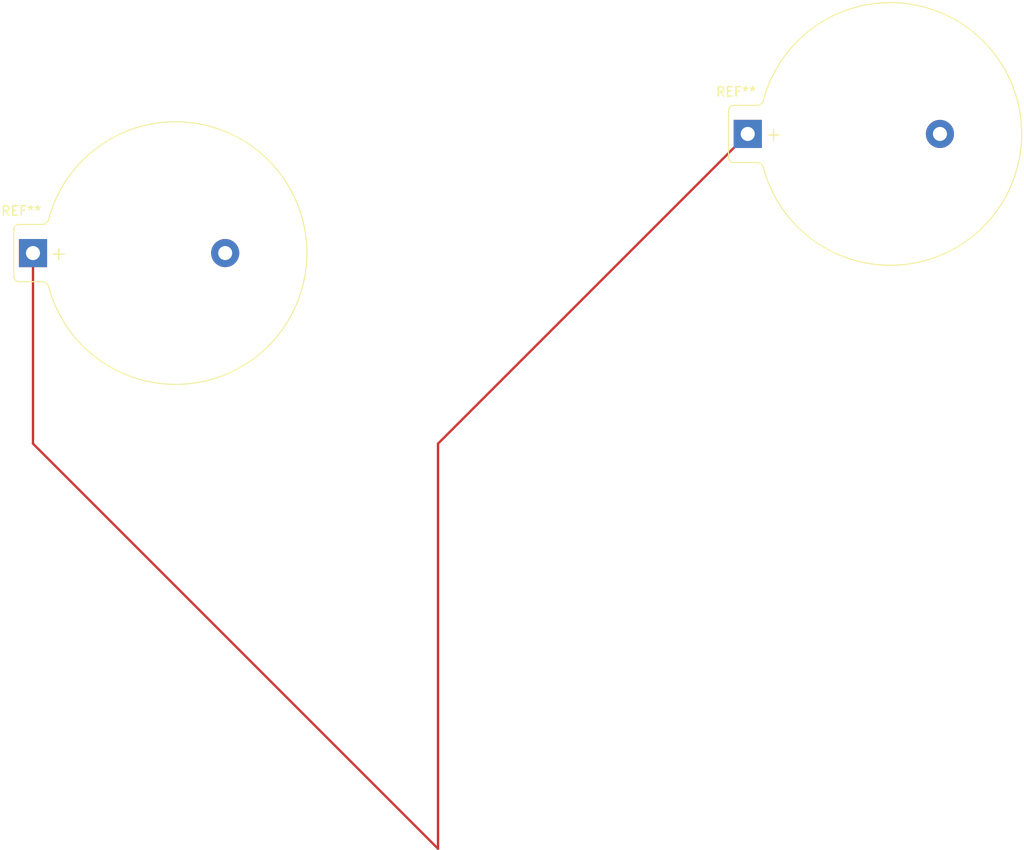
<source format=kicad_pcb>
(kicad_pcb (version 20211014) (generator pcbnew)
  (layers (0 "F.Cu" signal) (31 "B.Cu" signal) (34 "B.Paste" user) (35 "F.Paste" user) (36 "B.SilkS" user "B.Silkscreen") (37 "F.SilkS" user "F.Silkscreen") (38 "B.Mask" user) (39 "F.Mask" user) (44 "Edge.Cuts" user))
  (net 0 "")
  (footprint "Battery:BatteryHolder_Keystone_106_1x20mm" (layer "F.Cu") (at 104.14 68.58)
    (fp_text reference "REF**" (at -1.25 -4.5) (layer "F.SilkS"))
    (fp_text value "BatteryHolder_Keystone_106_1x20mm")
    (fp_text user "+" (at 2.75 0) (layer "F.SilkS") (effects (font (size 1.5 1.5))))
    (fp_line (start -1.5 3.05) (end 0.95 3.05) (layer "F.SilkS") (width 0.12))
    (fp_line (start -2.05 -2.5) (end -2.05 2.5) (layer "F.SilkS") (width 0.12))
    (fp_line (start 0.95 -3.05) (end -1.5 -3.05) (layer "F.SilkS") (width 0.12))
    (fp_arc (start 1.65 -3.52) (mid 16.974433 -13.886953) (end 29.2 0) (layer "F.SilkS") (width 0.12))
    (fp_arc (start 1.65 -3.52) (mid 1.371574 -3.178401) (end 0.95 -3.05) (layer "F.SilkS") (width 0.12))
    (fp_arc (start -1.5 3.05) (mid -1.888909 2.888909) (end -2.05 2.5) (layer "F.SilkS") (width 0.12))
    (fp_arc (start 0.95 3.05) (mid 1.371575 3.178399) (end 1.65 3.52) (layer "F.SilkS") (width 0.12))
    (fp_arc (start -2.05 -2.5) (mid -1.888909 -2.888909) (end -1.5 -3.05) (layer "F.SilkS") (width 0.12))
    (fp_arc (start 29.2 0) (mid 16.974433 13.886954) (end 1.65 3.52) (layer "F.SilkS") (width 0.12))
    (pad "1" thru_hole rect (at 0 0) (size 3 3) (drill 1.5) (layers *.Cu *.Mask))
    (pad "2" thru_hole circle (at 20.49 0) (size 3 3) (drill 1.5) (layers *.Cu *.Mask))
  )
  (footprint "Battery:BatteryHolder_Keystone_106_1x20mm" (layer "F.Cu") (at 180.34 55.88)
    (fp_text reference "REF**" (at -1.25 -4.5) (layer "F.SilkS"))
    (fp_text value "BatteryHolder_Keystone_106_1x20mm")
    (fp_text user "+" (at 2.75 0) (layer "F.SilkS") (effects (font (size 1.5 1.5))))
    (fp_line (start 0.95 -3.05) (end -1.5 -3.05) (layer "F.SilkS") (width 0.12))
    (fp_line (start -1.5 3.05) (end 0.95 3.05) (layer "F.SilkS") (width 0.12))
    (fp_line (start -2.05 -2.5) (end -2.05 2.5) (layer "F.SilkS") (width 0.12))
    (fp_arc (start 29.2 0) (mid 16.974433 13.886954) (end 1.65 3.52) (layer "F.SilkS") (width 0.12))
    (fp_arc (start 0.95 3.05) (mid 1.371575 3.178399) (end 1.65 3.52) (layer "F.SilkS") (width 0.12))
    (fp_arc (start -2.05 -2.5) (mid -1.888909 -2.888909) (end -1.5 -3.05) (layer "F.SilkS") (width 0.12))
    (fp_arc (start -1.5 3.05) (mid -1.888909 2.888909) (end -2.05 2.5) (layer "F.SilkS") (width 0.12))
    (fp_arc (start 1.65 -3.52) (mid 16.974433 -13.886953) (end 29.2 0) (layer "F.SilkS") (width 0.12))
    (fp_arc (start 1.65 -3.52) (mid 1.371574 -3.178401) (end 0.95 -3.05) (layer "F.SilkS") (width 0.12))
    (pad "1" thru_hole rect (at 0 0) (size 3 3) (drill 1.5) (layers *.Cu *.Mask))
    (pad "2" thru_hole circle (at 20.49 0) (size 3 3) (drill 1.5) (layers *.Cu *.Mask))
  )
  (segment (start 104.14 88.9) (end 147.32 132.08) (width 0.25) (layer "F.Cu") (net 0))
  (segment (start 147.32 88.9) (end 180.34 55.88) (width 0.25) (layer "F.Cu") (net 0))
  (segment (start 104.14 68.58) (end 104.14 88.9) (width 0.25) (layer "F.Cu") (net 0))
  (segment (start 147.32 132.08) (end 147.32 88.9) (width 0.25) (layer "F.Cu") (net 0))
)
</source>
